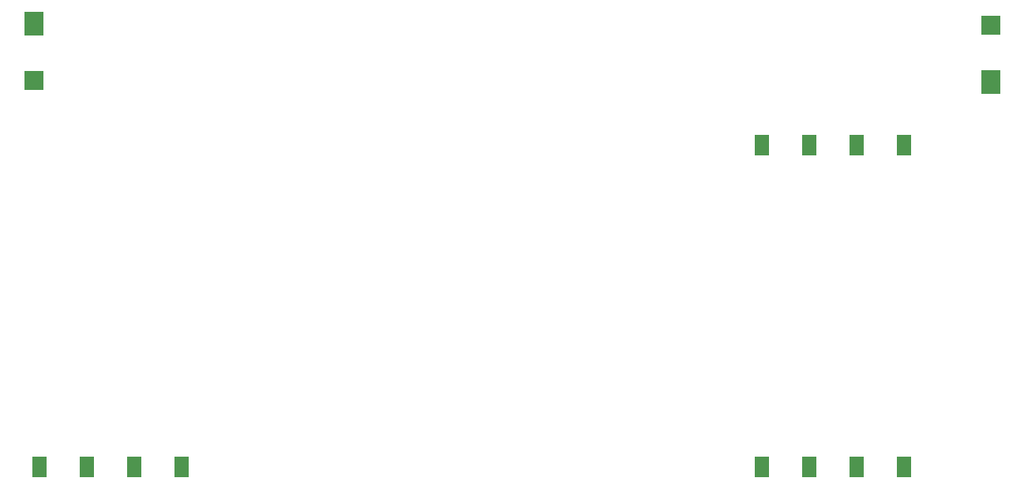
<source format=gbp>
G04 #@! TF.GenerationSoftware,KiCad,Pcbnew,(5.1.12)-1*
G04 #@! TF.CreationDate,2022-02-11T11:39:20+01:00*
G04 #@! TF.ProjectId,Main_Board,4d61696e-5f42-46f6-9172-642e6b696361,rev?*
G04 #@! TF.SameCoordinates,Original*
G04 #@! TF.FileFunction,Paste,Bot*
G04 #@! TF.FilePolarity,Positive*
%FSLAX46Y46*%
G04 Gerber Fmt 4.6, Leading zero omitted, Abs format (unit mm)*
G04 Created by KiCad (PCBNEW (5.1.12)-1) date 2022-02-11 11:39:20*
%MOMM*%
%LPD*%
G01*
G04 APERTURE LIST*
%ADD10R,1.500000X2.200000*%
%ADD11R,2.000000X2.500000*%
%ADD12R,2.000000X2.000000*%
G04 APERTURE END LIST*
D10*
X190500000Y-120904000D03*
X180340000Y-120904000D03*
X195580000Y-120904000D03*
X185420000Y-120904000D03*
D11*
X102235000Y-73280000D03*
D12*
X102235000Y-79376000D03*
X204851000Y-73482200D03*
D11*
X204851000Y-79578200D03*
D10*
X190500000Y-86360000D03*
X180340000Y-86360000D03*
X195580000Y-86360000D03*
X185420000Y-86360000D03*
X113030000Y-120904000D03*
X102870000Y-120904000D03*
X118110000Y-120904000D03*
X107950000Y-120904000D03*
M02*

</source>
